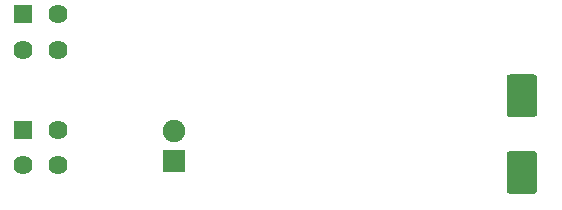
<source format=gbr>
%TF.GenerationSoftware,KiCad,Pcbnew,(5.1.6)-1*%
%TF.CreationDate,2020-11-25T20:53:45+11:00*%
%TF.ProjectId,ECS Panel PCB V1,45435320-5061-46e6-956c-205043422056,rev?*%
%TF.SameCoordinates,Original*%
%TF.FileFunction,Soldermask,Bot*%
%TF.FilePolarity,Negative*%
%FSLAX46Y46*%
G04 Gerber Fmt 4.6, Leading zero omitted, Abs format (unit mm)*
G04 Created by KiCad (PCBNEW (5.1.6)-1) date 2020-11-25 20:53:45*
%MOMM*%
%LPD*%
G01*
G04 APERTURE LIST*
%ADD10C,1.620000*%
%ADD11R,1.620000X1.620000*%
%ADD12C,1.900000*%
%ADD13R,1.900000X1.900000*%
G04 APERTURE END LIST*
D10*
%TO.C,J2*%
X72135999Y-99367599D03*
X72135999Y-96367600D03*
X69136000Y-99367599D03*
D11*
X69136000Y-96367600D03*
%TD*%
D10*
%TO.C,J1*%
X72135999Y-89588599D03*
X72135999Y-86588600D03*
X69136000Y-89588599D03*
D11*
X69136000Y-86588600D03*
%TD*%
D12*
%TO.C,D1*%
X81940400Y-96469200D03*
D13*
X81940400Y-99009200D03*
%TD*%
%TO.C,C1*%
G36*
G01*
X112419000Y-95273000D02*
X110339000Y-95273000D01*
G75*
G02*
X110079000Y-95013000I0J260000D01*
G01*
X110079000Y-91933000D01*
G75*
G02*
X110339000Y-91673000I260000J0D01*
G01*
X112419000Y-91673000D01*
G75*
G02*
X112679000Y-91933000I0J-260000D01*
G01*
X112679000Y-95013000D01*
G75*
G02*
X112419000Y-95273000I-260000J0D01*
G01*
G37*
G36*
G01*
X112419000Y-101773000D02*
X110339000Y-101773000D01*
G75*
G02*
X110079000Y-101513000I0J260000D01*
G01*
X110079000Y-98433000D01*
G75*
G02*
X110339000Y-98173000I260000J0D01*
G01*
X112419000Y-98173000D01*
G75*
G02*
X112679000Y-98433000I0J-260000D01*
G01*
X112679000Y-101513000D01*
G75*
G02*
X112419000Y-101773000I-260000J0D01*
G01*
G37*
%TD*%
M02*

</source>
